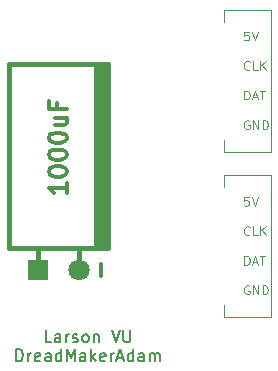
<source format=gbr>
%TF.GenerationSoftware,KiCad,Pcbnew,(6.0.4)*%
%TF.CreationDate,2022-04-07T16:53:33-04:00*%
%TF.ProjectId,larson_vu_pcb,6c617273-6f6e-45f7-9675-5f7063622e6b,rev?*%
%TF.SameCoordinates,Original*%
%TF.FileFunction,Legend,Top*%
%TF.FilePolarity,Positive*%
%FSLAX46Y46*%
G04 Gerber Fmt 4.6, Leading zero omitted, Abs format (unit mm)*
G04 Created by KiCad (PCBNEW (6.0.4)) date 2022-04-07 16:53:33*
%MOMM*%
%LPD*%
G01*
G04 APERTURE LIST*
%ADD10C,0.150000*%
%ADD11C,0.100000*%
%ADD12C,0.300000*%
%ADD13C,0.381000*%
%ADD14C,0.120000*%
%ADD15R,1.800000X1.800000*%
%ADD16C,1.800000*%
G04 APERTURE END LIST*
D10*
X65404761Y-85147380D02*
X64928571Y-85147380D01*
X64928571Y-84147380D01*
X66166666Y-85147380D02*
X66166666Y-84623571D01*
X66119047Y-84528333D01*
X66023809Y-84480714D01*
X65833333Y-84480714D01*
X65738095Y-84528333D01*
X66166666Y-85099761D02*
X66071428Y-85147380D01*
X65833333Y-85147380D01*
X65738095Y-85099761D01*
X65690476Y-85004523D01*
X65690476Y-84909285D01*
X65738095Y-84814047D01*
X65833333Y-84766428D01*
X66071428Y-84766428D01*
X66166666Y-84718809D01*
X66642857Y-85147380D02*
X66642857Y-84480714D01*
X66642857Y-84671190D02*
X66690476Y-84575952D01*
X66738095Y-84528333D01*
X66833333Y-84480714D01*
X66928571Y-84480714D01*
X67214285Y-85099761D02*
X67309523Y-85147380D01*
X67500000Y-85147380D01*
X67595238Y-85099761D01*
X67642857Y-85004523D01*
X67642857Y-84956904D01*
X67595238Y-84861666D01*
X67500000Y-84814047D01*
X67357142Y-84814047D01*
X67261904Y-84766428D01*
X67214285Y-84671190D01*
X67214285Y-84623571D01*
X67261904Y-84528333D01*
X67357142Y-84480714D01*
X67500000Y-84480714D01*
X67595238Y-84528333D01*
X68214285Y-85147380D02*
X68119047Y-85099761D01*
X68071428Y-85052142D01*
X68023809Y-84956904D01*
X68023809Y-84671190D01*
X68071428Y-84575952D01*
X68119047Y-84528333D01*
X68214285Y-84480714D01*
X68357142Y-84480714D01*
X68452380Y-84528333D01*
X68500000Y-84575952D01*
X68547619Y-84671190D01*
X68547619Y-84956904D01*
X68500000Y-85052142D01*
X68452380Y-85099761D01*
X68357142Y-85147380D01*
X68214285Y-85147380D01*
X68976190Y-84480714D02*
X68976190Y-85147380D01*
X68976190Y-84575952D02*
X69023809Y-84528333D01*
X69119047Y-84480714D01*
X69261904Y-84480714D01*
X69357142Y-84528333D01*
X69404761Y-84623571D01*
X69404761Y-85147380D01*
X70500000Y-84147380D02*
X70833333Y-85147380D01*
X71166666Y-84147380D01*
X71500000Y-84147380D02*
X71500000Y-84956904D01*
X71547619Y-85052142D01*
X71595238Y-85099761D01*
X71690476Y-85147380D01*
X71880952Y-85147380D01*
X71976190Y-85099761D01*
X72023809Y-85052142D01*
X72071428Y-84956904D01*
X72071428Y-84147380D01*
X62428571Y-86757380D02*
X62428571Y-85757380D01*
X62666666Y-85757380D01*
X62809523Y-85805000D01*
X62904761Y-85900238D01*
X62952380Y-85995476D01*
X62999999Y-86185952D01*
X62999999Y-86328809D01*
X62952380Y-86519285D01*
X62904761Y-86614523D01*
X62809523Y-86709761D01*
X62666666Y-86757380D01*
X62428571Y-86757380D01*
X63428571Y-86757380D02*
X63428571Y-86090714D01*
X63428571Y-86281190D02*
X63476190Y-86185952D01*
X63523809Y-86138333D01*
X63619047Y-86090714D01*
X63714285Y-86090714D01*
X64428571Y-86709761D02*
X64333333Y-86757380D01*
X64142857Y-86757380D01*
X64047619Y-86709761D01*
X63999999Y-86614523D01*
X63999999Y-86233571D01*
X64047619Y-86138333D01*
X64142857Y-86090714D01*
X64333333Y-86090714D01*
X64428571Y-86138333D01*
X64476190Y-86233571D01*
X64476190Y-86328809D01*
X63999999Y-86424047D01*
X65333333Y-86757380D02*
X65333333Y-86233571D01*
X65285714Y-86138333D01*
X65190476Y-86090714D01*
X64999999Y-86090714D01*
X64904761Y-86138333D01*
X65333333Y-86709761D02*
X65238095Y-86757380D01*
X64999999Y-86757380D01*
X64904761Y-86709761D01*
X64857142Y-86614523D01*
X64857142Y-86519285D01*
X64904761Y-86424047D01*
X64999999Y-86376428D01*
X65238095Y-86376428D01*
X65333333Y-86328809D01*
X66238095Y-86757380D02*
X66238095Y-85757380D01*
X66238095Y-86709761D02*
X66142857Y-86757380D01*
X65952380Y-86757380D01*
X65857142Y-86709761D01*
X65809523Y-86662142D01*
X65761904Y-86566904D01*
X65761904Y-86281190D01*
X65809523Y-86185952D01*
X65857142Y-86138333D01*
X65952380Y-86090714D01*
X66142857Y-86090714D01*
X66238095Y-86138333D01*
X66714285Y-86757380D02*
X66714285Y-85757380D01*
X67047619Y-86471666D01*
X67380952Y-85757380D01*
X67380952Y-86757380D01*
X68285714Y-86757380D02*
X68285714Y-86233571D01*
X68238095Y-86138333D01*
X68142857Y-86090714D01*
X67952380Y-86090714D01*
X67857142Y-86138333D01*
X68285714Y-86709761D02*
X68190476Y-86757380D01*
X67952380Y-86757380D01*
X67857142Y-86709761D01*
X67809523Y-86614523D01*
X67809523Y-86519285D01*
X67857142Y-86424047D01*
X67952380Y-86376428D01*
X68190476Y-86376428D01*
X68285714Y-86328809D01*
X68761904Y-86757380D02*
X68761904Y-85757380D01*
X68857142Y-86376428D02*
X69142857Y-86757380D01*
X69142857Y-86090714D02*
X68761904Y-86471666D01*
X69952380Y-86709761D02*
X69857142Y-86757380D01*
X69666666Y-86757380D01*
X69571428Y-86709761D01*
X69523809Y-86614523D01*
X69523809Y-86233571D01*
X69571428Y-86138333D01*
X69666666Y-86090714D01*
X69857142Y-86090714D01*
X69952380Y-86138333D01*
X70000000Y-86233571D01*
X70000000Y-86328809D01*
X69523809Y-86424047D01*
X70428571Y-86757380D02*
X70428571Y-86090714D01*
X70428571Y-86281190D02*
X70476190Y-86185952D01*
X70523809Y-86138333D01*
X70619047Y-86090714D01*
X70714285Y-86090714D01*
X71000000Y-86471666D02*
X71476190Y-86471666D01*
X70904761Y-86757380D02*
X71238095Y-85757380D01*
X71571428Y-86757380D01*
X72333333Y-86757380D02*
X72333333Y-85757380D01*
X72333333Y-86709761D02*
X72238095Y-86757380D01*
X72047619Y-86757380D01*
X71952380Y-86709761D01*
X71904761Y-86662142D01*
X71857142Y-86566904D01*
X71857142Y-86281190D01*
X71904761Y-86185952D01*
X71952380Y-86138333D01*
X72047619Y-86090714D01*
X72238095Y-86090714D01*
X72333333Y-86138333D01*
X73238095Y-86757380D02*
X73238095Y-86233571D01*
X73190476Y-86138333D01*
X73095238Y-86090714D01*
X72904761Y-86090714D01*
X72809523Y-86138333D01*
X73238095Y-86709761D02*
X73142857Y-86757380D01*
X72904761Y-86757380D01*
X72809523Y-86709761D01*
X72761904Y-86614523D01*
X72761904Y-86519285D01*
X72809523Y-86424047D01*
X72904761Y-86376428D01*
X73142857Y-86376428D01*
X73238095Y-86328809D01*
X73714285Y-86757380D02*
X73714285Y-86090714D01*
X73714285Y-86185952D02*
X73761904Y-86138333D01*
X73857142Y-86090714D01*
X74000000Y-86090714D01*
X74095238Y-86138333D01*
X74142857Y-86233571D01*
X74142857Y-86757380D01*
X74142857Y-86233571D02*
X74190476Y-86138333D01*
X74285714Y-86090714D01*
X74428571Y-86090714D01*
X74523809Y-86138333D01*
X74571428Y-86233571D01*
X74571428Y-86757380D01*
D11*
X82172142Y-76017857D02*
X82136428Y-76053571D01*
X82029285Y-76089285D01*
X81957857Y-76089285D01*
X81850714Y-76053571D01*
X81779285Y-75982142D01*
X81743571Y-75910714D01*
X81707857Y-75767857D01*
X81707857Y-75660714D01*
X81743571Y-75517857D01*
X81779285Y-75446428D01*
X81850714Y-75375000D01*
X81957857Y-75339285D01*
X82029285Y-75339285D01*
X82136428Y-75375000D01*
X82172142Y-75410714D01*
X82850714Y-76089285D02*
X82493571Y-76089285D01*
X82493571Y-75339285D01*
X83100714Y-76089285D02*
X83100714Y-75339285D01*
X83529285Y-76089285D02*
X83207857Y-75660714D01*
X83529285Y-75339285D02*
X83100714Y-75767857D01*
X82100714Y-72839285D02*
X81743571Y-72839285D01*
X81707857Y-73196428D01*
X81743571Y-73160714D01*
X81815000Y-73125000D01*
X81993571Y-73125000D01*
X82065000Y-73160714D01*
X82100714Y-73196428D01*
X82136428Y-73267857D01*
X82136428Y-73446428D01*
X82100714Y-73517857D01*
X82065000Y-73553571D01*
X81993571Y-73589285D01*
X81815000Y-73589285D01*
X81743571Y-73553571D01*
X81707857Y-73517857D01*
X82350714Y-72839285D02*
X82600714Y-73589285D01*
X82850714Y-72839285D01*
X82136428Y-80375000D02*
X82065000Y-80339285D01*
X81957857Y-80339285D01*
X81850714Y-80375000D01*
X81779285Y-80446428D01*
X81743571Y-80517857D01*
X81707857Y-80660714D01*
X81707857Y-80767857D01*
X81743571Y-80910714D01*
X81779285Y-80982142D01*
X81850714Y-81053571D01*
X81957857Y-81089285D01*
X82029285Y-81089285D01*
X82136428Y-81053571D01*
X82172142Y-81017857D01*
X82172142Y-80767857D01*
X82029285Y-80767857D01*
X82493571Y-81089285D02*
X82493571Y-80339285D01*
X82922142Y-81089285D01*
X82922142Y-80339285D01*
X83279285Y-81089285D02*
X83279285Y-80339285D01*
X83457857Y-80339285D01*
X83565000Y-80375000D01*
X83636428Y-80446428D01*
X83672142Y-80517857D01*
X83707857Y-80660714D01*
X83707857Y-80767857D01*
X83672142Y-80910714D01*
X83636428Y-80982142D01*
X83565000Y-81053571D01*
X83457857Y-81089285D01*
X83279285Y-81089285D01*
X81743571Y-78589285D02*
X81743571Y-77839285D01*
X81922142Y-77839285D01*
X82029285Y-77875000D01*
X82100714Y-77946428D01*
X82136428Y-78017857D01*
X82172142Y-78160714D01*
X82172142Y-78267857D01*
X82136428Y-78410714D01*
X82100714Y-78482142D01*
X82029285Y-78553571D01*
X81922142Y-78589285D01*
X81743571Y-78589285D01*
X82457857Y-78375000D02*
X82815000Y-78375000D01*
X82386428Y-78589285D02*
X82636428Y-77839285D01*
X82886428Y-78589285D01*
X83029285Y-77839285D02*
X83457857Y-77839285D01*
X83243571Y-78589285D02*
X83243571Y-77839285D01*
X82136428Y-66375000D02*
X82065000Y-66339285D01*
X81957857Y-66339285D01*
X81850714Y-66375000D01*
X81779285Y-66446428D01*
X81743571Y-66517857D01*
X81707857Y-66660714D01*
X81707857Y-66767857D01*
X81743571Y-66910714D01*
X81779285Y-66982142D01*
X81850714Y-67053571D01*
X81957857Y-67089285D01*
X82029285Y-67089285D01*
X82136428Y-67053571D01*
X82172142Y-67017857D01*
X82172142Y-66767857D01*
X82029285Y-66767857D01*
X82493571Y-67089285D02*
X82493571Y-66339285D01*
X82922142Y-67089285D01*
X82922142Y-66339285D01*
X83279285Y-67089285D02*
X83279285Y-66339285D01*
X83457857Y-66339285D01*
X83565000Y-66375000D01*
X83636428Y-66446428D01*
X83672142Y-66517857D01*
X83707857Y-66660714D01*
X83707857Y-66767857D01*
X83672142Y-66910714D01*
X83636428Y-66982142D01*
X83565000Y-67053571D01*
X83457857Y-67089285D01*
X83279285Y-67089285D01*
X81743571Y-64589285D02*
X81743571Y-63839285D01*
X81922142Y-63839285D01*
X82029285Y-63875000D01*
X82100714Y-63946428D01*
X82136428Y-64017857D01*
X82172142Y-64160714D01*
X82172142Y-64267857D01*
X82136428Y-64410714D01*
X82100714Y-64482142D01*
X82029285Y-64553571D01*
X81922142Y-64589285D01*
X81743571Y-64589285D01*
X82457857Y-64375000D02*
X82815000Y-64375000D01*
X82386428Y-64589285D02*
X82636428Y-63839285D01*
X82886428Y-64589285D01*
X83029285Y-63839285D02*
X83457857Y-63839285D01*
X83243571Y-64589285D02*
X83243571Y-63839285D01*
X82172142Y-62017857D02*
X82136428Y-62053571D01*
X82029285Y-62089285D01*
X81957857Y-62089285D01*
X81850714Y-62053571D01*
X81779285Y-61982142D01*
X81743571Y-61910714D01*
X81707857Y-61767857D01*
X81707857Y-61660714D01*
X81743571Y-61517857D01*
X81779285Y-61446428D01*
X81850714Y-61375000D01*
X81957857Y-61339285D01*
X82029285Y-61339285D01*
X82136428Y-61375000D01*
X82172142Y-61410714D01*
X82850714Y-62089285D02*
X82493571Y-62089285D01*
X82493571Y-61339285D01*
X83100714Y-62089285D02*
X83100714Y-61339285D01*
X83529285Y-62089285D02*
X83207857Y-61660714D01*
X83529285Y-61339285D02*
X83100714Y-61767857D01*
X82100714Y-58839285D02*
X81743571Y-58839285D01*
X81707857Y-59196428D01*
X81743571Y-59160714D01*
X81815000Y-59125000D01*
X81993571Y-59125000D01*
X82065000Y-59160714D01*
X82100714Y-59196428D01*
X82136428Y-59267857D01*
X82136428Y-59446428D01*
X82100714Y-59517857D01*
X82065000Y-59553571D01*
X81993571Y-59589285D01*
X81815000Y-59589285D01*
X81743571Y-59553571D01*
X81707857Y-59517857D01*
X82350714Y-58839285D02*
X82600714Y-59589285D01*
X82850714Y-58839285D01*
D12*
%TO.C,C1*%
X66678571Y-71690464D02*
X66678571Y-72547607D01*
X66678571Y-72119035D02*
X65178571Y-72119035D01*
X65392857Y-72261892D01*
X65535714Y-72404750D01*
X65607142Y-72547607D01*
X65178571Y-70761892D02*
X65178571Y-70619035D01*
X65250000Y-70476178D01*
X65321428Y-70404750D01*
X65464285Y-70333321D01*
X65750000Y-70261892D01*
X66107142Y-70261892D01*
X66392857Y-70333321D01*
X66535714Y-70404750D01*
X66607142Y-70476178D01*
X66678571Y-70619035D01*
X66678571Y-70761892D01*
X66607142Y-70904750D01*
X66535714Y-70976178D01*
X66392857Y-71047607D01*
X66107142Y-71119035D01*
X65750000Y-71119035D01*
X65464285Y-71047607D01*
X65321428Y-70976178D01*
X65250000Y-70904750D01*
X65178571Y-70761892D01*
X65178571Y-69333321D02*
X65178571Y-69190464D01*
X65250000Y-69047607D01*
X65321428Y-68976178D01*
X65464285Y-68904750D01*
X65750000Y-68833321D01*
X66107142Y-68833321D01*
X66392857Y-68904750D01*
X66535714Y-68976178D01*
X66607142Y-69047607D01*
X66678571Y-69190464D01*
X66678571Y-69333321D01*
X66607142Y-69476178D01*
X66535714Y-69547607D01*
X66392857Y-69619035D01*
X66107142Y-69690464D01*
X65750000Y-69690464D01*
X65464285Y-69619035D01*
X65321428Y-69547607D01*
X65250000Y-69476178D01*
X65178571Y-69333321D01*
X65178571Y-67904750D02*
X65178571Y-67761892D01*
X65250000Y-67619035D01*
X65321428Y-67547607D01*
X65464285Y-67476178D01*
X65750000Y-67404750D01*
X66107142Y-67404750D01*
X66392857Y-67476178D01*
X66535714Y-67547607D01*
X66607142Y-67619035D01*
X66678571Y-67761892D01*
X66678571Y-67904750D01*
X66607142Y-68047607D01*
X66535714Y-68119035D01*
X66392857Y-68190464D01*
X66107142Y-68261892D01*
X65750000Y-68261892D01*
X65464285Y-68190464D01*
X65321428Y-68119035D01*
X65250000Y-68047607D01*
X65178571Y-67904750D01*
X65678571Y-66119035D02*
X66678571Y-66119035D01*
X65678571Y-66761892D02*
X66464285Y-66761892D01*
X66607142Y-66690464D01*
X66678571Y-66547607D01*
X66678571Y-66333321D01*
X66607142Y-66190464D01*
X66535714Y-66119035D01*
X65892857Y-64904750D02*
X65892857Y-65404750D01*
X66678571Y-65404750D02*
X65178571Y-65404750D01*
X65178571Y-64690464D01*
G36*
X70200000Y-77200000D02*
G01*
X69200000Y-77200000D01*
X69200000Y-61600000D01*
X70200000Y-61600000D01*
X70200000Y-77200000D01*
G37*
D13*
X70200000Y-77200000D02*
X69200000Y-77200000D01*
X69200000Y-61600000D01*
X70200000Y-61600000D01*
X70200000Y-77200000D01*
X64250000Y-77200000D02*
X64250000Y-79000000D01*
X67750000Y-77200000D02*
X67750000Y-79000000D01*
X61800000Y-61600000D02*
X70200000Y-61600000D01*
X61800000Y-77200000D02*
X61800000Y-61600000D01*
X70200000Y-77200000D02*
X61800000Y-77200000D01*
D12*
X69600000Y-78500000D02*
X69600000Y-79500000D01*
D14*
%TO.C,J3*%
X80000000Y-57000000D02*
X84000000Y-57000000D01*
X80000000Y-57000000D02*
X80000000Y-58000000D01*
X80000000Y-69000000D02*
X80000000Y-68000000D01*
X84000000Y-57000000D02*
X84000000Y-69000000D01*
X84000000Y-69000000D02*
X80000000Y-69000000D01*
%TO.C,J2*%
X80000000Y-71000000D02*
X84000000Y-71000000D01*
X80000000Y-71000000D02*
X80000000Y-72000000D01*
X80000000Y-83000000D02*
X80000000Y-82000000D01*
X84000000Y-71000000D02*
X84000000Y-83000000D01*
X84000000Y-83000000D02*
X80000000Y-83000000D01*
%TD*%
D15*
%TO.C,C1*%
X64250000Y-79000000D03*
D16*
X67750000Y-79000000D03*
%TD*%
M02*

</source>
